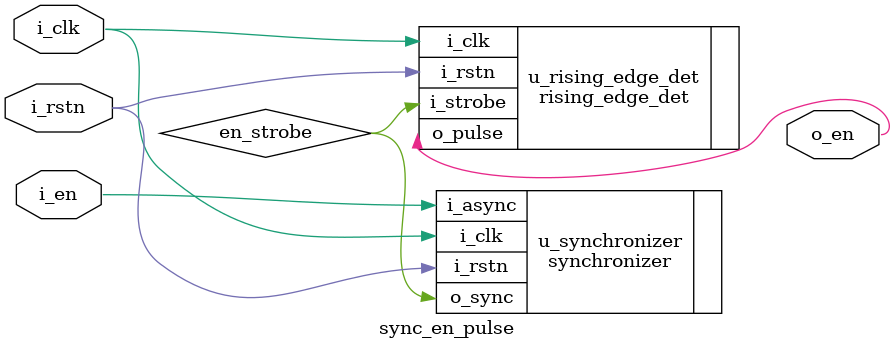
<source format=sv>
module sync_en_pulse(
    input logic  i_clk    ,
    input logic  i_rstn   ,
    input logic  i_en     ,
    output logic o_en
);


logic en_strobe;

synchronizer#(
   .NB(1)
   ) u_synchronizer(
      .i_clk      ( i_clk     ),
      .i_rstn     ( i_rstn    ),
      .i_async    ( i_en      ),
      .o_sync     ( en_strobe )
      );

rising_edge_det u_rising_edge_det (
  .i_clk      ( i_clk     ),
  .i_rstn     ( i_rstn    ),
  .i_strobe   ( en_strobe ),
  .o_pulse    ( o_en      )
);

endmodule

</source>
